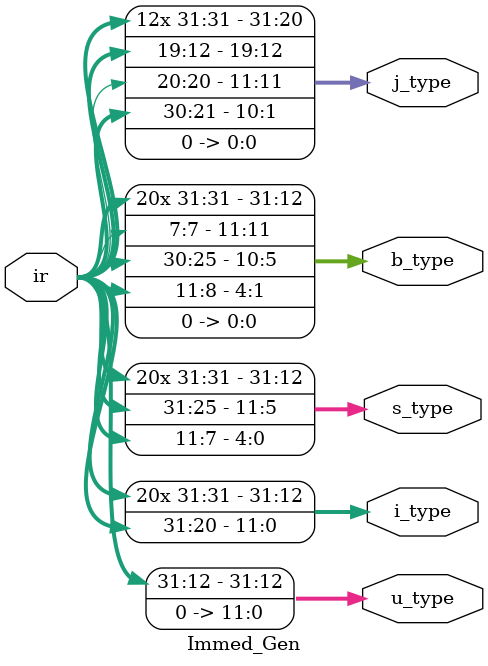
<source format=v>
`timescale 1ns / 1ps

module Immed_Gen(
    ir,
    u_type,
    i_type,
    s_type,
    b_type,
    j_type
    );
    
    parameter n = 32;
    
    input  [n-1:0] ir;
    output [n-1:0] u_type;
    output [n-1:0] i_type;
    output [n-1:0] s_type;
    output [n-1:0] b_type;
    output [n-1:0] j_type;
    
    assign u_type = { ir[31:12], 12'b0};
    assign i_type = { {21{ir[31]}}, ir[30:25], ir[24:20]};
    assign s_type = { {21{ir[31]}}, ir[30:25], ir[11:7] };
    assign b_type = { {20{ir[31]}}, ir[7],     ir[30:25], ir[11:8],  1'b0};
    assign j_type = { {12{ir[31]}}, ir[19:12], ir[20],    ir[30:21], 1'b0};
    
endmodule

</source>
